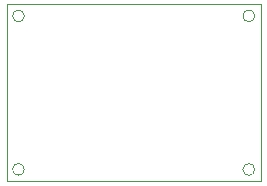
<source format=gbr>
G04 #@! TF.GenerationSoftware,KiCad,Pcbnew,8.0.7*
G04 #@! TF.CreationDate,2024-12-22T13:16:04-05:00*
G04 #@! TF.ProjectId,firstProject,66697273-7450-4726-9f6a-6563742e6b69,rev?*
G04 #@! TF.SameCoordinates,Original*
G04 #@! TF.FileFunction,Profile,NP*
%FSLAX46Y46*%
G04 Gerber Fmt 4.6, Leading zero omitted, Abs format (unit mm)*
G04 Created by KiCad (PCBNEW 8.0.7) date 2024-12-22 13:16:04*
%MOMM*%
%LPD*%
G01*
G04 APERTURE LIST*
G04 #@! TA.AperFunction,Profile*
%ADD10C,0.050000*%
G04 #@! TD*
G04 APERTURE END LIST*
D10*
X119500000Y-69500000D02*
G75*
G02*
X118500000Y-69500000I-500000J0D01*
G01*
X118500000Y-69500000D02*
G75*
G02*
X119500000Y-69500000I500000J0D01*
G01*
X119500000Y-82500000D02*
G75*
G02*
X118500000Y-82500000I-500000J0D01*
G01*
X118500000Y-82500000D02*
G75*
G02*
X119500000Y-82500000I500000J0D01*
G01*
X139000000Y-82500000D02*
G75*
G02*
X138000000Y-82500000I-500000J0D01*
G01*
X138000000Y-82500000D02*
G75*
G02*
X139000000Y-82500000I500000J0D01*
G01*
X139000000Y-69500000D02*
G75*
G02*
X138000000Y-69500000I-500000J0D01*
G01*
X138000000Y-69500000D02*
G75*
G02*
X139000000Y-69500000I500000J0D01*
G01*
X139500000Y-83500000D02*
X118000000Y-83500000D01*
X118000000Y-68500000D01*
X139500000Y-68500000D01*
X139500000Y-83500000D01*
M02*

</source>
